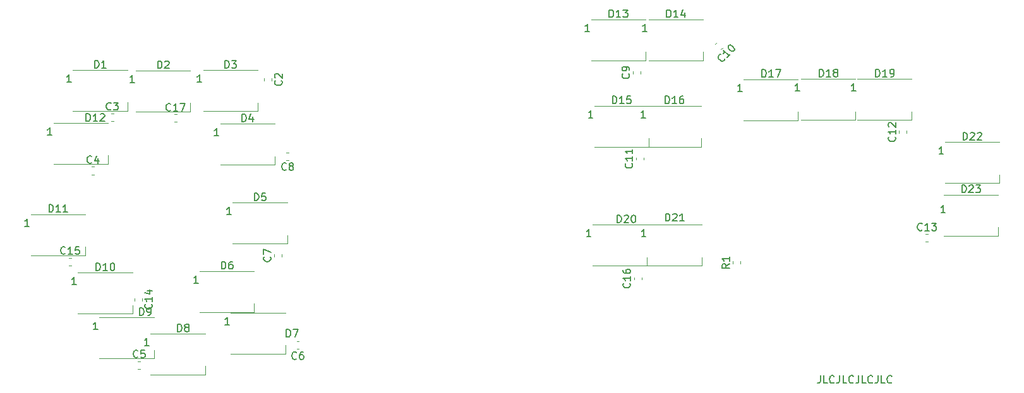
<source format=gbr>
%TF.GenerationSoftware,KiCad,Pcbnew,(5.1.12-1-10_14)*%
%TF.CreationDate,2021-11-25T17:24:51+11:00*%
%TF.ProjectId,FCS Panel PCB V2,46435320-5061-46e6-956c-205043422056,rev?*%
%TF.SameCoordinates,Original*%
%TF.FileFunction,Legend,Top*%
%TF.FilePolarity,Positive*%
%FSLAX46Y46*%
G04 Gerber Fmt 4.6, Leading zero omitted, Abs format (unit mm)*
G04 Created by KiCad (PCBNEW (5.1.12-1-10_14)) date 2021-11-25 17:24:51*
%MOMM*%
%LPD*%
G01*
G04 APERTURE LIST*
%ADD10C,0.150000*%
%ADD11C,0.120000*%
G04 APERTURE END LIST*
D10*
X190810952Y-96072380D02*
X190810952Y-96786666D01*
X190763333Y-96929523D01*
X190668095Y-97024761D01*
X190525238Y-97072380D01*
X190430000Y-97072380D01*
X191763333Y-97072380D02*
X191287142Y-97072380D01*
X191287142Y-96072380D01*
X192668095Y-96977142D02*
X192620476Y-97024761D01*
X192477619Y-97072380D01*
X192382380Y-97072380D01*
X192239523Y-97024761D01*
X192144285Y-96929523D01*
X192096666Y-96834285D01*
X192049047Y-96643809D01*
X192049047Y-96500952D01*
X192096666Y-96310476D01*
X192144285Y-96215238D01*
X192239523Y-96120000D01*
X192382380Y-96072380D01*
X192477619Y-96072380D01*
X192620476Y-96120000D01*
X192668095Y-96167619D01*
X193382380Y-96072380D02*
X193382380Y-96786666D01*
X193334761Y-96929523D01*
X193239523Y-97024761D01*
X193096666Y-97072380D01*
X193001428Y-97072380D01*
X194334761Y-97072380D02*
X193858571Y-97072380D01*
X193858571Y-96072380D01*
X195239523Y-96977142D02*
X195191904Y-97024761D01*
X195049047Y-97072380D01*
X194953809Y-97072380D01*
X194810952Y-97024761D01*
X194715714Y-96929523D01*
X194668095Y-96834285D01*
X194620476Y-96643809D01*
X194620476Y-96500952D01*
X194668095Y-96310476D01*
X194715714Y-96215238D01*
X194810952Y-96120000D01*
X194953809Y-96072380D01*
X195049047Y-96072380D01*
X195191904Y-96120000D01*
X195239523Y-96167619D01*
X195953809Y-96072380D02*
X195953809Y-96786666D01*
X195906190Y-96929523D01*
X195810952Y-97024761D01*
X195668095Y-97072380D01*
X195572857Y-97072380D01*
X196906190Y-97072380D02*
X196430000Y-97072380D01*
X196430000Y-96072380D01*
X197810952Y-96977142D02*
X197763333Y-97024761D01*
X197620476Y-97072380D01*
X197525238Y-97072380D01*
X197382380Y-97024761D01*
X197287142Y-96929523D01*
X197239523Y-96834285D01*
X197191904Y-96643809D01*
X197191904Y-96500952D01*
X197239523Y-96310476D01*
X197287142Y-96215238D01*
X197382380Y-96120000D01*
X197525238Y-96072380D01*
X197620476Y-96072380D01*
X197763333Y-96120000D01*
X197810952Y-96167619D01*
X198525238Y-96072380D02*
X198525238Y-96786666D01*
X198477619Y-96929523D01*
X198382380Y-97024761D01*
X198239523Y-97072380D01*
X198144285Y-97072380D01*
X199477619Y-97072380D02*
X199001428Y-97072380D01*
X199001428Y-96072380D01*
X200382380Y-96977142D02*
X200334761Y-97024761D01*
X200191904Y-97072380D01*
X200096666Y-97072380D01*
X199953809Y-97024761D01*
X199858571Y-96929523D01*
X199810952Y-96834285D01*
X199763333Y-96643809D01*
X199763333Y-96500952D01*
X199810952Y-96310476D01*
X199858571Y-96215238D01*
X199953809Y-96120000D01*
X200096666Y-96072380D01*
X200191904Y-96072380D01*
X200334761Y-96120000D01*
X200382380Y-96167619D01*
D11*
%TO.C,R1*%
X179111000Y-81069479D02*
X179111000Y-80743921D01*
X180131000Y-81069479D02*
X180131000Y-80743921D01*
%TO.C,C17*%
X104223221Y-61019000D02*
X104548779Y-61019000D01*
X104223221Y-62039000D02*
X104548779Y-62039000D01*
%TO.C,C16*%
X165830000Y-83197979D02*
X165830000Y-82872421D01*
X166850000Y-83197979D02*
X166850000Y-82872421D01*
%TO.C,C15*%
X90096021Y-80249300D02*
X90421579Y-80249300D01*
X90096021Y-81269300D02*
X90421579Y-81269300D01*
%TO.C,C14*%
X99892600Y-85681721D02*
X99892600Y-86007279D01*
X98872600Y-85681721D02*
X98872600Y-86007279D01*
%TO.C,C13*%
X204942221Y-77076800D02*
X205267779Y-77076800D01*
X204942221Y-78096800D02*
X205267779Y-78096800D01*
%TO.C,C12*%
X201382000Y-63535879D02*
X201382000Y-63210321D01*
X202402000Y-63535879D02*
X202402000Y-63210321D01*
%TO.C,C11*%
X166117000Y-67114579D02*
X166117000Y-66789021D01*
X167137000Y-67114579D02*
X167137000Y-66789021D01*
%TO.C,C10*%
X177686727Y-52068522D02*
X177456522Y-52298727D01*
X176965478Y-51347273D02*
X176735273Y-51577478D01*
%TO.C,C9*%
X165692000Y-55544879D02*
X165692000Y-55219321D01*
X166712000Y-55544879D02*
X166712000Y-55219321D01*
%TO.C,C8*%
X119570779Y-67126600D02*
X119245221Y-67126600D01*
X119570779Y-66106600D02*
X119245221Y-66106600D01*
%TO.C,C7*%
X117638000Y-80129679D02*
X117638000Y-79804121D01*
X118658000Y-80129679D02*
X118658000Y-79804121D01*
%TO.C,C6*%
X120942779Y-92513900D02*
X120617221Y-92513900D01*
X120942779Y-91493900D02*
X120617221Y-91493900D01*
%TO.C,C5*%
X99351821Y-94132900D02*
X99677379Y-94132900D01*
X99351821Y-95152900D02*
X99677379Y-95152900D01*
%TO.C,C4*%
X93166921Y-68052200D02*
X93492479Y-68052200D01*
X93166921Y-69072200D02*
X93492479Y-69072200D01*
%TO.C,C3*%
X95755121Y-60886900D02*
X96080679Y-60886900D01*
X95755121Y-61906900D02*
X96080679Y-61906900D01*
%TO.C,C2*%
X117299000Y-56159221D02*
X117299000Y-56484779D01*
X116279000Y-56159221D02*
X116279000Y-56484779D01*
%TO.C,D23*%
X207362000Y-71798800D02*
X214662000Y-71798800D01*
X207362000Y-77298800D02*
X214662000Y-77298800D01*
X214662000Y-77298800D02*
X214662000Y-76148800D01*
%TO.C,D22*%
X207514000Y-64737600D02*
X214814000Y-64737600D01*
X207514000Y-70237600D02*
X214814000Y-70237600D01*
X214814000Y-70237600D02*
X214814000Y-69087600D01*
%TO.C,D21*%
X167636000Y-75812000D02*
X174936000Y-75812000D01*
X167636000Y-81312000D02*
X174936000Y-81312000D01*
X174936000Y-81312000D02*
X174936000Y-80162000D01*
%TO.C,D20*%
X160270000Y-75812400D02*
X167570000Y-75812400D01*
X160270000Y-81312400D02*
X167570000Y-81312400D01*
X167570000Y-81312400D02*
X167570000Y-80162400D01*
%TO.C,D19*%
X195779000Y-56254000D02*
X203079000Y-56254000D01*
X195779000Y-61754000D02*
X203079000Y-61754000D01*
X203079000Y-61754000D02*
X203079000Y-60604000D01*
%TO.C,D18*%
X188233000Y-56254000D02*
X195533000Y-56254000D01*
X188233000Y-61754000D02*
X195533000Y-61754000D01*
X195533000Y-61754000D02*
X195533000Y-60604000D01*
%TO.C,D17*%
X180539000Y-56305200D02*
X187839000Y-56305200D01*
X180539000Y-61805200D02*
X187839000Y-61805200D01*
X187839000Y-61805200D02*
X187839000Y-60655200D01*
%TO.C,D16*%
X167585000Y-59861200D02*
X174885000Y-59861200D01*
X167585000Y-65361200D02*
X174885000Y-65361200D01*
X174885000Y-65361200D02*
X174885000Y-64211200D01*
%TO.C,D15*%
X160524000Y-59860800D02*
X167824000Y-59860800D01*
X160524000Y-65360800D02*
X167824000Y-65360800D01*
X167824000Y-65360800D02*
X167824000Y-64210800D01*
%TO.C,D14*%
X167788000Y-48278800D02*
X175088000Y-48278800D01*
X167788000Y-53778800D02*
X175088000Y-53778800D01*
X175088000Y-53778800D02*
X175088000Y-52628800D01*
%TO.C,D13*%
X160090000Y-48278400D02*
X167390000Y-48278400D01*
X160090000Y-53778400D02*
X167390000Y-53778400D01*
X167390000Y-53778400D02*
X167390000Y-52628400D01*
%TO.C,D12*%
X88044000Y-62172400D02*
X95344000Y-62172400D01*
X88044000Y-67672400D02*
X95344000Y-67672400D01*
X95344000Y-67672400D02*
X95344000Y-66522400D01*
%TO.C,D11*%
X84996000Y-74415200D02*
X92296000Y-74415200D01*
X84996000Y-79915200D02*
X92296000Y-79915200D01*
X92296000Y-79915200D02*
X92296000Y-78765200D01*
%TO.C,D10*%
X91306800Y-82263600D02*
X98606800Y-82263600D01*
X91306800Y-87763600D02*
X98606800Y-87763600D01*
X98606800Y-87763600D02*
X98606800Y-86613600D01*
%TO.C,D9*%
X94190800Y-88283600D02*
X101490800Y-88283600D01*
X94190800Y-93783600D02*
X101490800Y-93783600D01*
X101490800Y-93783600D02*
X101490800Y-92633600D01*
%TO.C,D8*%
X101049000Y-90417200D02*
X108349000Y-90417200D01*
X101049000Y-95917200D02*
X108349000Y-95917200D01*
X108349000Y-95917200D02*
X108349000Y-94767200D01*
%TO.C,D7*%
X111807000Y-87648400D02*
X119107000Y-87648400D01*
X111807000Y-93148400D02*
X119107000Y-93148400D01*
X119107000Y-93148400D02*
X119107000Y-91998400D01*
%TO.C,D6*%
X107641000Y-82060400D02*
X114941000Y-82060400D01*
X107641000Y-87560400D02*
X114941000Y-87560400D01*
X114941000Y-87560400D02*
X114941000Y-86410400D01*
%TO.C,D5*%
X112061000Y-72865600D02*
X119361000Y-72865600D01*
X112061000Y-78365600D02*
X119361000Y-78365600D01*
X119361000Y-78365600D02*
X119361000Y-77215600D01*
%TO.C,D4*%
X110396000Y-62274000D02*
X117696000Y-62274000D01*
X110396000Y-67774000D02*
X117696000Y-67774000D01*
X117696000Y-67774000D02*
X117696000Y-66624000D01*
%TO.C,D3*%
X108098000Y-55085600D02*
X115398000Y-55085600D01*
X108098000Y-60585600D02*
X115398000Y-60585600D01*
X115398000Y-60585600D02*
X115398000Y-59435600D01*
%TO.C,D2*%
X99079000Y-55136400D02*
X106379000Y-55136400D01*
X99079000Y-60636400D02*
X106379000Y-60636400D01*
X106379000Y-60636400D02*
X106379000Y-59486400D01*
%TO.C,D1*%
X90634800Y-55060400D02*
X97934800Y-55060400D01*
X90634800Y-60560400D02*
X97934800Y-60560400D01*
X97934800Y-60560400D02*
X97934800Y-59410400D01*
%TO.C,R1*%
D10*
X178643380Y-81073366D02*
X178167190Y-81406700D01*
X178643380Y-81644795D02*
X177643380Y-81644795D01*
X177643380Y-81263842D01*
X177691000Y-81168604D01*
X177738619Y-81120985D01*
X177833857Y-81073366D01*
X177976714Y-81073366D01*
X178071952Y-81120985D01*
X178119571Y-81168604D01*
X178167190Y-81263842D01*
X178167190Y-81644795D01*
X178643380Y-80120985D02*
X178643380Y-80692414D01*
X178643380Y-80406700D02*
X177643380Y-80406700D01*
X177786238Y-80501938D01*
X177881476Y-80597176D01*
X177929095Y-80692414D01*
%TO.C,C17*%
X103743142Y-60456142D02*
X103695523Y-60503761D01*
X103552666Y-60551380D01*
X103457428Y-60551380D01*
X103314571Y-60503761D01*
X103219333Y-60408523D01*
X103171714Y-60313285D01*
X103124095Y-60122809D01*
X103124095Y-59979952D01*
X103171714Y-59789476D01*
X103219333Y-59694238D01*
X103314571Y-59599000D01*
X103457428Y-59551380D01*
X103552666Y-59551380D01*
X103695523Y-59599000D01*
X103743142Y-59646619D01*
X104695523Y-60551380D02*
X104124095Y-60551380D01*
X104409809Y-60551380D02*
X104409809Y-59551380D01*
X104314571Y-59694238D01*
X104219333Y-59789476D01*
X104124095Y-59837095D01*
X105028857Y-59551380D02*
X105695523Y-59551380D01*
X105266952Y-60551380D01*
%TO.C,C16*%
X165267142Y-83678057D02*
X165314761Y-83725676D01*
X165362380Y-83868533D01*
X165362380Y-83963771D01*
X165314761Y-84106628D01*
X165219523Y-84201866D01*
X165124285Y-84249485D01*
X164933809Y-84297104D01*
X164790952Y-84297104D01*
X164600476Y-84249485D01*
X164505238Y-84201866D01*
X164410000Y-84106628D01*
X164362380Y-83963771D01*
X164362380Y-83868533D01*
X164410000Y-83725676D01*
X164457619Y-83678057D01*
X165362380Y-82725676D02*
X165362380Y-83297104D01*
X165362380Y-83011390D02*
X164362380Y-83011390D01*
X164505238Y-83106628D01*
X164600476Y-83201866D01*
X164648095Y-83297104D01*
X164362380Y-81868533D02*
X164362380Y-82059009D01*
X164410000Y-82154247D01*
X164457619Y-82201866D01*
X164600476Y-82297104D01*
X164790952Y-82344723D01*
X165171904Y-82344723D01*
X165267142Y-82297104D01*
X165314761Y-82249485D01*
X165362380Y-82154247D01*
X165362380Y-81963771D01*
X165314761Y-81868533D01*
X165267142Y-81820914D01*
X165171904Y-81773295D01*
X164933809Y-81773295D01*
X164838571Y-81820914D01*
X164790952Y-81868533D01*
X164743333Y-81963771D01*
X164743333Y-82154247D01*
X164790952Y-82249485D01*
X164838571Y-82297104D01*
X164933809Y-82344723D01*
%TO.C,C15*%
X89615942Y-79686442D02*
X89568323Y-79734061D01*
X89425466Y-79781680D01*
X89330228Y-79781680D01*
X89187371Y-79734061D01*
X89092133Y-79638823D01*
X89044514Y-79543585D01*
X88996895Y-79353109D01*
X88996895Y-79210252D01*
X89044514Y-79019776D01*
X89092133Y-78924538D01*
X89187371Y-78829300D01*
X89330228Y-78781680D01*
X89425466Y-78781680D01*
X89568323Y-78829300D01*
X89615942Y-78876919D01*
X90568323Y-79781680D02*
X89996895Y-79781680D01*
X90282609Y-79781680D02*
X90282609Y-78781680D01*
X90187371Y-78924538D01*
X90092133Y-79019776D01*
X89996895Y-79067395D01*
X91473085Y-78781680D02*
X90996895Y-78781680D01*
X90949276Y-79257871D01*
X90996895Y-79210252D01*
X91092133Y-79162633D01*
X91330228Y-79162633D01*
X91425466Y-79210252D01*
X91473085Y-79257871D01*
X91520704Y-79353109D01*
X91520704Y-79591204D01*
X91473085Y-79686442D01*
X91425466Y-79734061D01*
X91330228Y-79781680D01*
X91092133Y-79781680D01*
X90996895Y-79734061D01*
X90949276Y-79686442D01*
%TO.C,C14*%
X101169742Y-86487357D02*
X101217361Y-86534976D01*
X101264980Y-86677833D01*
X101264980Y-86773071D01*
X101217361Y-86915928D01*
X101122123Y-87011166D01*
X101026885Y-87058785D01*
X100836409Y-87106404D01*
X100693552Y-87106404D01*
X100503076Y-87058785D01*
X100407838Y-87011166D01*
X100312600Y-86915928D01*
X100264980Y-86773071D01*
X100264980Y-86677833D01*
X100312600Y-86534976D01*
X100360219Y-86487357D01*
X101264980Y-85534976D02*
X101264980Y-86106404D01*
X101264980Y-85820690D02*
X100264980Y-85820690D01*
X100407838Y-85915928D01*
X100503076Y-86011166D01*
X100550695Y-86106404D01*
X100598314Y-84677833D02*
X101264980Y-84677833D01*
X100217361Y-84915928D02*
X100931647Y-85154023D01*
X100931647Y-84534976D01*
%TO.C,C13*%
X204462142Y-76513942D02*
X204414523Y-76561561D01*
X204271666Y-76609180D01*
X204176428Y-76609180D01*
X204033571Y-76561561D01*
X203938333Y-76466323D01*
X203890714Y-76371085D01*
X203843095Y-76180609D01*
X203843095Y-76037752D01*
X203890714Y-75847276D01*
X203938333Y-75752038D01*
X204033571Y-75656800D01*
X204176428Y-75609180D01*
X204271666Y-75609180D01*
X204414523Y-75656800D01*
X204462142Y-75704419D01*
X205414523Y-76609180D02*
X204843095Y-76609180D01*
X205128809Y-76609180D02*
X205128809Y-75609180D01*
X205033571Y-75752038D01*
X204938333Y-75847276D01*
X204843095Y-75894895D01*
X205747857Y-75609180D02*
X206366904Y-75609180D01*
X206033571Y-75990133D01*
X206176428Y-75990133D01*
X206271666Y-76037752D01*
X206319285Y-76085371D01*
X206366904Y-76180609D01*
X206366904Y-76418704D01*
X206319285Y-76513942D01*
X206271666Y-76561561D01*
X206176428Y-76609180D01*
X205890714Y-76609180D01*
X205795476Y-76561561D01*
X205747857Y-76513942D01*
%TO.C,C12*%
X200819142Y-64015957D02*
X200866761Y-64063576D01*
X200914380Y-64206433D01*
X200914380Y-64301671D01*
X200866761Y-64444528D01*
X200771523Y-64539766D01*
X200676285Y-64587385D01*
X200485809Y-64635004D01*
X200342952Y-64635004D01*
X200152476Y-64587385D01*
X200057238Y-64539766D01*
X199962000Y-64444528D01*
X199914380Y-64301671D01*
X199914380Y-64206433D01*
X199962000Y-64063576D01*
X200009619Y-64015957D01*
X200914380Y-63063576D02*
X200914380Y-63635004D01*
X200914380Y-63349290D02*
X199914380Y-63349290D01*
X200057238Y-63444528D01*
X200152476Y-63539766D01*
X200200095Y-63635004D01*
X200009619Y-62682623D02*
X199962000Y-62635004D01*
X199914380Y-62539766D01*
X199914380Y-62301671D01*
X199962000Y-62206433D01*
X200009619Y-62158814D01*
X200104857Y-62111195D01*
X200200095Y-62111195D01*
X200342952Y-62158814D01*
X200914380Y-62730242D01*
X200914380Y-62111195D01*
%TO.C,C11*%
X165554142Y-67594657D02*
X165601761Y-67642276D01*
X165649380Y-67785133D01*
X165649380Y-67880371D01*
X165601761Y-68023228D01*
X165506523Y-68118466D01*
X165411285Y-68166085D01*
X165220809Y-68213704D01*
X165077952Y-68213704D01*
X164887476Y-68166085D01*
X164792238Y-68118466D01*
X164697000Y-68023228D01*
X164649380Y-67880371D01*
X164649380Y-67785133D01*
X164697000Y-67642276D01*
X164744619Y-67594657D01*
X165649380Y-66642276D02*
X165649380Y-67213704D01*
X165649380Y-66927990D02*
X164649380Y-66927990D01*
X164792238Y-67023228D01*
X164887476Y-67118466D01*
X164935095Y-67213704D01*
X165649380Y-65689895D02*
X165649380Y-66261323D01*
X165649380Y-65975609D02*
X164649380Y-65975609D01*
X164792238Y-66070847D01*
X164887476Y-66166085D01*
X164935095Y-66261323D01*
%TO.C,C10*%
X178020132Y-53541269D02*
X178020132Y-53608613D01*
X177952788Y-53743300D01*
X177885445Y-53810643D01*
X177750758Y-53877987D01*
X177616071Y-53877987D01*
X177515056Y-53844315D01*
X177346697Y-53743300D01*
X177245682Y-53642285D01*
X177144666Y-53473926D01*
X177110995Y-53372911D01*
X177110995Y-53238224D01*
X177178338Y-53103537D01*
X177245682Y-53036193D01*
X177380369Y-52968850D01*
X177447712Y-52968850D01*
X178760911Y-52935178D02*
X178356850Y-53339239D01*
X178558880Y-53137208D02*
X177851773Y-52430101D01*
X177885445Y-52598460D01*
X177885445Y-52733147D01*
X177851773Y-52834163D01*
X178491537Y-51790338D02*
X178558880Y-51722995D01*
X178659895Y-51689323D01*
X178727239Y-51689323D01*
X178828254Y-51722995D01*
X178996613Y-51824010D01*
X179164972Y-51992369D01*
X179265987Y-52160727D01*
X179299659Y-52261743D01*
X179299659Y-52329086D01*
X179265987Y-52430101D01*
X179198643Y-52497445D01*
X179097628Y-52531117D01*
X179030285Y-52531117D01*
X178929269Y-52497445D01*
X178760911Y-52396430D01*
X178592552Y-52228071D01*
X178491537Y-52059712D01*
X178457865Y-51958697D01*
X178457865Y-51891353D01*
X178491537Y-51790338D01*
%TO.C,C9*%
X165129142Y-55548766D02*
X165176761Y-55596385D01*
X165224380Y-55739242D01*
X165224380Y-55834480D01*
X165176761Y-55977338D01*
X165081523Y-56072576D01*
X164986285Y-56120195D01*
X164795809Y-56167814D01*
X164652952Y-56167814D01*
X164462476Y-56120195D01*
X164367238Y-56072576D01*
X164272000Y-55977338D01*
X164224380Y-55834480D01*
X164224380Y-55739242D01*
X164272000Y-55596385D01*
X164319619Y-55548766D01*
X165224380Y-55072576D02*
X165224380Y-54882100D01*
X165176761Y-54786861D01*
X165129142Y-54739242D01*
X164986285Y-54644004D01*
X164795809Y-54596385D01*
X164414857Y-54596385D01*
X164319619Y-54644004D01*
X164272000Y-54691623D01*
X164224380Y-54786861D01*
X164224380Y-54977338D01*
X164272000Y-55072576D01*
X164319619Y-55120195D01*
X164414857Y-55167814D01*
X164652952Y-55167814D01*
X164748190Y-55120195D01*
X164795809Y-55072576D01*
X164843428Y-54977338D01*
X164843428Y-54786861D01*
X164795809Y-54691623D01*
X164748190Y-54644004D01*
X164652952Y-54596385D01*
%TO.C,C8*%
X119241333Y-68403742D02*
X119193714Y-68451361D01*
X119050857Y-68498980D01*
X118955619Y-68498980D01*
X118812761Y-68451361D01*
X118717523Y-68356123D01*
X118669904Y-68260885D01*
X118622285Y-68070409D01*
X118622285Y-67927552D01*
X118669904Y-67737076D01*
X118717523Y-67641838D01*
X118812761Y-67546600D01*
X118955619Y-67498980D01*
X119050857Y-67498980D01*
X119193714Y-67546600D01*
X119241333Y-67594219D01*
X119812761Y-67927552D02*
X119717523Y-67879933D01*
X119669904Y-67832314D01*
X119622285Y-67737076D01*
X119622285Y-67689457D01*
X119669904Y-67594219D01*
X119717523Y-67546600D01*
X119812761Y-67498980D01*
X120003238Y-67498980D01*
X120098476Y-67546600D01*
X120146095Y-67594219D01*
X120193714Y-67689457D01*
X120193714Y-67737076D01*
X120146095Y-67832314D01*
X120098476Y-67879933D01*
X120003238Y-67927552D01*
X119812761Y-67927552D01*
X119717523Y-67975171D01*
X119669904Y-68022790D01*
X119622285Y-68118028D01*
X119622285Y-68308504D01*
X119669904Y-68403742D01*
X119717523Y-68451361D01*
X119812761Y-68498980D01*
X120003238Y-68498980D01*
X120098476Y-68451361D01*
X120146095Y-68403742D01*
X120193714Y-68308504D01*
X120193714Y-68118028D01*
X120146095Y-68022790D01*
X120098476Y-67975171D01*
X120003238Y-67927552D01*
%TO.C,C7*%
X117075142Y-80133566D02*
X117122761Y-80181185D01*
X117170380Y-80324042D01*
X117170380Y-80419280D01*
X117122761Y-80562138D01*
X117027523Y-80657376D01*
X116932285Y-80704995D01*
X116741809Y-80752614D01*
X116598952Y-80752614D01*
X116408476Y-80704995D01*
X116313238Y-80657376D01*
X116218000Y-80562138D01*
X116170380Y-80419280D01*
X116170380Y-80324042D01*
X116218000Y-80181185D01*
X116265619Y-80133566D01*
X116170380Y-79800233D02*
X116170380Y-79133566D01*
X117170380Y-79562138D01*
%TO.C,C6*%
X120613333Y-93791042D02*
X120565714Y-93838661D01*
X120422857Y-93886280D01*
X120327619Y-93886280D01*
X120184761Y-93838661D01*
X120089523Y-93743423D01*
X120041904Y-93648185D01*
X119994285Y-93457709D01*
X119994285Y-93314852D01*
X120041904Y-93124376D01*
X120089523Y-93029138D01*
X120184761Y-92933900D01*
X120327619Y-92886280D01*
X120422857Y-92886280D01*
X120565714Y-92933900D01*
X120613333Y-92981519D01*
X121470476Y-92886280D02*
X121280000Y-92886280D01*
X121184761Y-92933900D01*
X121137142Y-92981519D01*
X121041904Y-93124376D01*
X120994285Y-93314852D01*
X120994285Y-93695804D01*
X121041904Y-93791042D01*
X121089523Y-93838661D01*
X121184761Y-93886280D01*
X121375238Y-93886280D01*
X121470476Y-93838661D01*
X121518095Y-93791042D01*
X121565714Y-93695804D01*
X121565714Y-93457709D01*
X121518095Y-93362471D01*
X121470476Y-93314852D01*
X121375238Y-93267233D01*
X121184761Y-93267233D01*
X121089523Y-93314852D01*
X121041904Y-93362471D01*
X120994285Y-93457709D01*
%TO.C,C5*%
X99347933Y-93570042D02*
X99300314Y-93617661D01*
X99157457Y-93665280D01*
X99062219Y-93665280D01*
X98919361Y-93617661D01*
X98824123Y-93522423D01*
X98776504Y-93427185D01*
X98728885Y-93236709D01*
X98728885Y-93093852D01*
X98776504Y-92903376D01*
X98824123Y-92808138D01*
X98919361Y-92712900D01*
X99062219Y-92665280D01*
X99157457Y-92665280D01*
X99300314Y-92712900D01*
X99347933Y-92760519D01*
X100252695Y-92665280D02*
X99776504Y-92665280D01*
X99728885Y-93141471D01*
X99776504Y-93093852D01*
X99871742Y-93046233D01*
X100109838Y-93046233D01*
X100205076Y-93093852D01*
X100252695Y-93141471D01*
X100300314Y-93236709D01*
X100300314Y-93474804D01*
X100252695Y-93570042D01*
X100205076Y-93617661D01*
X100109838Y-93665280D01*
X99871742Y-93665280D01*
X99776504Y-93617661D01*
X99728885Y-93570042D01*
%TO.C,C4*%
X93163033Y-67489342D02*
X93115414Y-67536961D01*
X92972557Y-67584580D01*
X92877319Y-67584580D01*
X92734461Y-67536961D01*
X92639223Y-67441723D01*
X92591604Y-67346485D01*
X92543985Y-67156009D01*
X92543985Y-67013152D01*
X92591604Y-66822676D01*
X92639223Y-66727438D01*
X92734461Y-66632200D01*
X92877319Y-66584580D01*
X92972557Y-66584580D01*
X93115414Y-66632200D01*
X93163033Y-66679819D01*
X94020176Y-66917914D02*
X94020176Y-67584580D01*
X93782080Y-66536961D02*
X93543985Y-67251247D01*
X94163033Y-67251247D01*
%TO.C,C3*%
X95751233Y-60324042D02*
X95703614Y-60371661D01*
X95560757Y-60419280D01*
X95465519Y-60419280D01*
X95322661Y-60371661D01*
X95227423Y-60276423D01*
X95179804Y-60181185D01*
X95132185Y-59990709D01*
X95132185Y-59847852D01*
X95179804Y-59657376D01*
X95227423Y-59562138D01*
X95322661Y-59466900D01*
X95465519Y-59419280D01*
X95560757Y-59419280D01*
X95703614Y-59466900D01*
X95751233Y-59514519D01*
X96084566Y-59419280D02*
X96703614Y-59419280D01*
X96370280Y-59800233D01*
X96513138Y-59800233D01*
X96608376Y-59847852D01*
X96655995Y-59895471D01*
X96703614Y-59990709D01*
X96703614Y-60228804D01*
X96655995Y-60324042D01*
X96608376Y-60371661D01*
X96513138Y-60419280D01*
X96227423Y-60419280D01*
X96132185Y-60371661D01*
X96084566Y-60324042D01*
%TO.C,C2*%
X118576142Y-56488666D02*
X118623761Y-56536285D01*
X118671380Y-56679142D01*
X118671380Y-56774380D01*
X118623761Y-56917238D01*
X118528523Y-57012476D01*
X118433285Y-57060095D01*
X118242809Y-57107714D01*
X118099952Y-57107714D01*
X117909476Y-57060095D01*
X117814238Y-57012476D01*
X117719000Y-56917238D01*
X117671380Y-56774380D01*
X117671380Y-56679142D01*
X117719000Y-56536285D01*
X117766619Y-56488666D01*
X117766619Y-56107714D02*
X117719000Y-56060095D01*
X117671380Y-55964857D01*
X117671380Y-55726761D01*
X117719000Y-55631523D01*
X117766619Y-55583904D01*
X117861857Y-55536285D01*
X117957095Y-55536285D01*
X118099952Y-55583904D01*
X118671380Y-56155333D01*
X118671380Y-55536285D01*
%TO.C,D23*%
X209797714Y-71501180D02*
X209797714Y-70501180D01*
X210035809Y-70501180D01*
X210178666Y-70548800D01*
X210273904Y-70644038D01*
X210321523Y-70739276D01*
X210369142Y-70929752D01*
X210369142Y-71072609D01*
X210321523Y-71263085D01*
X210273904Y-71358323D01*
X210178666Y-71453561D01*
X210035809Y-71501180D01*
X209797714Y-71501180D01*
X210750095Y-70596419D02*
X210797714Y-70548800D01*
X210892952Y-70501180D01*
X211131047Y-70501180D01*
X211226285Y-70548800D01*
X211273904Y-70596419D01*
X211321523Y-70691657D01*
X211321523Y-70786895D01*
X211273904Y-70929752D01*
X210702476Y-71501180D01*
X211321523Y-71501180D01*
X211654857Y-70501180D02*
X212273904Y-70501180D01*
X211940571Y-70882133D01*
X212083428Y-70882133D01*
X212178666Y-70929752D01*
X212226285Y-70977371D01*
X212273904Y-71072609D01*
X212273904Y-71310704D01*
X212226285Y-71405942D01*
X212178666Y-71453561D01*
X212083428Y-71501180D01*
X211797714Y-71501180D01*
X211702476Y-71453561D01*
X211654857Y-71405942D01*
X207549714Y-74213980D02*
X206978285Y-74213980D01*
X207264000Y-74213980D02*
X207264000Y-73213980D01*
X207168761Y-73356838D01*
X207073523Y-73452076D01*
X206978285Y-73499695D01*
%TO.C,D22*%
X209949714Y-64439980D02*
X209949714Y-63439980D01*
X210187809Y-63439980D01*
X210330666Y-63487600D01*
X210425904Y-63582838D01*
X210473523Y-63678076D01*
X210521142Y-63868552D01*
X210521142Y-64011409D01*
X210473523Y-64201885D01*
X210425904Y-64297123D01*
X210330666Y-64392361D01*
X210187809Y-64439980D01*
X209949714Y-64439980D01*
X210902095Y-63535219D02*
X210949714Y-63487600D01*
X211044952Y-63439980D01*
X211283047Y-63439980D01*
X211378285Y-63487600D01*
X211425904Y-63535219D01*
X211473523Y-63630457D01*
X211473523Y-63725695D01*
X211425904Y-63868552D01*
X210854476Y-64439980D01*
X211473523Y-64439980D01*
X211854476Y-63535219D02*
X211902095Y-63487600D01*
X211997333Y-63439980D01*
X212235428Y-63439980D01*
X212330666Y-63487600D01*
X212378285Y-63535219D01*
X212425904Y-63630457D01*
X212425904Y-63725695D01*
X212378285Y-63868552D01*
X211806857Y-64439980D01*
X212425904Y-64439980D01*
X207299714Y-66339980D02*
X206728285Y-66339980D01*
X207014000Y-66339980D02*
X207014000Y-65339980D01*
X206918761Y-65482838D01*
X206823523Y-65578076D01*
X206728285Y-65625695D01*
%TO.C,D21*%
X170083314Y-75331580D02*
X170083314Y-74331580D01*
X170321409Y-74331580D01*
X170464266Y-74379200D01*
X170559504Y-74474438D01*
X170607123Y-74569676D01*
X170654742Y-74760152D01*
X170654742Y-74903009D01*
X170607123Y-75093485D01*
X170559504Y-75188723D01*
X170464266Y-75283961D01*
X170321409Y-75331580D01*
X170083314Y-75331580D01*
X171035695Y-74426819D02*
X171083314Y-74379200D01*
X171178552Y-74331580D01*
X171416647Y-74331580D01*
X171511885Y-74379200D01*
X171559504Y-74426819D01*
X171607123Y-74522057D01*
X171607123Y-74617295D01*
X171559504Y-74760152D01*
X170988076Y-75331580D01*
X171607123Y-75331580D01*
X172559504Y-75331580D02*
X171988076Y-75331580D01*
X172273790Y-75331580D02*
X172273790Y-74331580D01*
X172178552Y-74474438D01*
X172083314Y-74569676D01*
X171988076Y-74617295D01*
X167421714Y-77414380D02*
X166850285Y-77414380D01*
X167136000Y-77414380D02*
X167136000Y-76414380D01*
X167040761Y-76557238D01*
X166945523Y-76652476D01*
X166850285Y-76700095D01*
%TO.C,D20*%
X163580914Y-75534780D02*
X163580914Y-74534780D01*
X163819009Y-74534780D01*
X163961866Y-74582400D01*
X164057104Y-74677638D01*
X164104723Y-74772876D01*
X164152342Y-74963352D01*
X164152342Y-75106209D01*
X164104723Y-75296685D01*
X164057104Y-75391923D01*
X163961866Y-75487161D01*
X163819009Y-75534780D01*
X163580914Y-75534780D01*
X164533295Y-74630019D02*
X164580914Y-74582400D01*
X164676152Y-74534780D01*
X164914247Y-74534780D01*
X165009485Y-74582400D01*
X165057104Y-74630019D01*
X165104723Y-74725257D01*
X165104723Y-74820495D01*
X165057104Y-74963352D01*
X164485676Y-75534780D01*
X165104723Y-75534780D01*
X165723771Y-74534780D02*
X165819009Y-74534780D01*
X165914247Y-74582400D01*
X165961866Y-74630019D01*
X166009485Y-74725257D01*
X166057104Y-74915733D01*
X166057104Y-75153828D01*
X166009485Y-75344304D01*
X165961866Y-75439542D01*
X165914247Y-75487161D01*
X165819009Y-75534780D01*
X165723771Y-75534780D01*
X165628533Y-75487161D01*
X165580914Y-75439542D01*
X165533295Y-75344304D01*
X165485676Y-75153828D01*
X165485676Y-74915733D01*
X165533295Y-74725257D01*
X165580914Y-74630019D01*
X165628533Y-74582400D01*
X165723771Y-74534780D01*
X160055714Y-77414780D02*
X159484285Y-77414780D01*
X159770000Y-77414780D02*
X159770000Y-76414780D01*
X159674761Y-76557638D01*
X159579523Y-76652876D01*
X159484285Y-76700495D01*
%TO.C,D19*%
X198214714Y-55956380D02*
X198214714Y-54956380D01*
X198452809Y-54956380D01*
X198595666Y-55004000D01*
X198690904Y-55099238D01*
X198738523Y-55194476D01*
X198786142Y-55384952D01*
X198786142Y-55527809D01*
X198738523Y-55718285D01*
X198690904Y-55813523D01*
X198595666Y-55908761D01*
X198452809Y-55956380D01*
X198214714Y-55956380D01*
X199738523Y-55956380D02*
X199167095Y-55956380D01*
X199452809Y-55956380D02*
X199452809Y-54956380D01*
X199357571Y-55099238D01*
X199262333Y-55194476D01*
X199167095Y-55242095D01*
X200214714Y-55956380D02*
X200405190Y-55956380D01*
X200500428Y-55908761D01*
X200548047Y-55861142D01*
X200643285Y-55718285D01*
X200690904Y-55527809D01*
X200690904Y-55146857D01*
X200643285Y-55051619D01*
X200595666Y-55004000D01*
X200500428Y-54956380D01*
X200309952Y-54956380D01*
X200214714Y-55004000D01*
X200167095Y-55051619D01*
X200119476Y-55146857D01*
X200119476Y-55384952D01*
X200167095Y-55480190D01*
X200214714Y-55527809D01*
X200309952Y-55575428D01*
X200500428Y-55575428D01*
X200595666Y-55527809D01*
X200643285Y-55480190D01*
X200690904Y-55384952D01*
X195564714Y-57856380D02*
X194993285Y-57856380D01*
X195279000Y-57856380D02*
X195279000Y-56856380D01*
X195183761Y-56999238D01*
X195088523Y-57094476D01*
X194993285Y-57142095D01*
%TO.C,D18*%
X190668714Y-55956380D02*
X190668714Y-54956380D01*
X190906809Y-54956380D01*
X191049666Y-55004000D01*
X191144904Y-55099238D01*
X191192523Y-55194476D01*
X191240142Y-55384952D01*
X191240142Y-55527809D01*
X191192523Y-55718285D01*
X191144904Y-55813523D01*
X191049666Y-55908761D01*
X190906809Y-55956380D01*
X190668714Y-55956380D01*
X192192523Y-55956380D02*
X191621095Y-55956380D01*
X191906809Y-55956380D02*
X191906809Y-54956380D01*
X191811571Y-55099238D01*
X191716333Y-55194476D01*
X191621095Y-55242095D01*
X192763952Y-55384952D02*
X192668714Y-55337333D01*
X192621095Y-55289714D01*
X192573476Y-55194476D01*
X192573476Y-55146857D01*
X192621095Y-55051619D01*
X192668714Y-55004000D01*
X192763952Y-54956380D01*
X192954428Y-54956380D01*
X193049666Y-55004000D01*
X193097285Y-55051619D01*
X193144904Y-55146857D01*
X193144904Y-55194476D01*
X193097285Y-55289714D01*
X193049666Y-55337333D01*
X192954428Y-55384952D01*
X192763952Y-55384952D01*
X192668714Y-55432571D01*
X192621095Y-55480190D01*
X192573476Y-55575428D01*
X192573476Y-55765904D01*
X192621095Y-55861142D01*
X192668714Y-55908761D01*
X192763952Y-55956380D01*
X192954428Y-55956380D01*
X193049666Y-55908761D01*
X193097285Y-55861142D01*
X193144904Y-55765904D01*
X193144904Y-55575428D01*
X193097285Y-55480190D01*
X193049666Y-55432571D01*
X192954428Y-55384952D01*
X188018714Y-57856380D02*
X187447285Y-57856380D01*
X187733000Y-57856380D02*
X187733000Y-56856380D01*
X187637761Y-56999238D01*
X187542523Y-57094476D01*
X187447285Y-57142095D01*
%TO.C,D17*%
X182974714Y-56007580D02*
X182974714Y-55007580D01*
X183212809Y-55007580D01*
X183355666Y-55055200D01*
X183450904Y-55150438D01*
X183498523Y-55245676D01*
X183546142Y-55436152D01*
X183546142Y-55579009D01*
X183498523Y-55769485D01*
X183450904Y-55864723D01*
X183355666Y-55959961D01*
X183212809Y-56007580D01*
X182974714Y-56007580D01*
X184498523Y-56007580D02*
X183927095Y-56007580D01*
X184212809Y-56007580D02*
X184212809Y-55007580D01*
X184117571Y-55150438D01*
X184022333Y-55245676D01*
X183927095Y-55293295D01*
X184831857Y-55007580D02*
X185498523Y-55007580D01*
X185069952Y-56007580D01*
X180324714Y-57907580D02*
X179753285Y-57907580D01*
X180039000Y-57907580D02*
X180039000Y-56907580D01*
X179943761Y-57050438D01*
X179848523Y-57145676D01*
X179753285Y-57193295D01*
%TO.C,D16*%
X170020714Y-59563580D02*
X170020714Y-58563580D01*
X170258809Y-58563580D01*
X170401666Y-58611200D01*
X170496904Y-58706438D01*
X170544523Y-58801676D01*
X170592142Y-58992152D01*
X170592142Y-59135009D01*
X170544523Y-59325485D01*
X170496904Y-59420723D01*
X170401666Y-59515961D01*
X170258809Y-59563580D01*
X170020714Y-59563580D01*
X171544523Y-59563580D02*
X170973095Y-59563580D01*
X171258809Y-59563580D02*
X171258809Y-58563580D01*
X171163571Y-58706438D01*
X171068333Y-58801676D01*
X170973095Y-58849295D01*
X172401666Y-58563580D02*
X172211190Y-58563580D01*
X172115952Y-58611200D01*
X172068333Y-58658819D01*
X171973095Y-58801676D01*
X171925476Y-58992152D01*
X171925476Y-59373104D01*
X171973095Y-59468342D01*
X172020714Y-59515961D01*
X172115952Y-59563580D01*
X172306428Y-59563580D01*
X172401666Y-59515961D01*
X172449285Y-59468342D01*
X172496904Y-59373104D01*
X172496904Y-59135009D01*
X172449285Y-59039771D01*
X172401666Y-58992152D01*
X172306428Y-58944533D01*
X172115952Y-58944533D01*
X172020714Y-58992152D01*
X171973095Y-59039771D01*
X171925476Y-59135009D01*
X167370714Y-61463580D02*
X166799285Y-61463580D01*
X167085000Y-61463580D02*
X167085000Y-60463580D01*
X166989761Y-60606438D01*
X166894523Y-60701676D01*
X166799285Y-60749295D01*
%TO.C,D15*%
X162959714Y-59563180D02*
X162959714Y-58563180D01*
X163197809Y-58563180D01*
X163340666Y-58610800D01*
X163435904Y-58706038D01*
X163483523Y-58801276D01*
X163531142Y-58991752D01*
X163531142Y-59134609D01*
X163483523Y-59325085D01*
X163435904Y-59420323D01*
X163340666Y-59515561D01*
X163197809Y-59563180D01*
X162959714Y-59563180D01*
X164483523Y-59563180D02*
X163912095Y-59563180D01*
X164197809Y-59563180D02*
X164197809Y-58563180D01*
X164102571Y-58706038D01*
X164007333Y-58801276D01*
X163912095Y-58848895D01*
X165388285Y-58563180D02*
X164912095Y-58563180D01*
X164864476Y-59039371D01*
X164912095Y-58991752D01*
X165007333Y-58944133D01*
X165245428Y-58944133D01*
X165340666Y-58991752D01*
X165388285Y-59039371D01*
X165435904Y-59134609D01*
X165435904Y-59372704D01*
X165388285Y-59467942D01*
X165340666Y-59515561D01*
X165245428Y-59563180D01*
X165007333Y-59563180D01*
X164912095Y-59515561D01*
X164864476Y-59467942D01*
X160309714Y-61463180D02*
X159738285Y-61463180D01*
X160024000Y-61463180D02*
X160024000Y-60463180D01*
X159928761Y-60606038D01*
X159833523Y-60701276D01*
X159738285Y-60748895D01*
%TO.C,D14*%
X170223714Y-47981180D02*
X170223714Y-46981180D01*
X170461809Y-46981180D01*
X170604666Y-47028800D01*
X170699904Y-47124038D01*
X170747523Y-47219276D01*
X170795142Y-47409752D01*
X170795142Y-47552609D01*
X170747523Y-47743085D01*
X170699904Y-47838323D01*
X170604666Y-47933561D01*
X170461809Y-47981180D01*
X170223714Y-47981180D01*
X171747523Y-47981180D02*
X171176095Y-47981180D01*
X171461809Y-47981180D02*
X171461809Y-46981180D01*
X171366571Y-47124038D01*
X171271333Y-47219276D01*
X171176095Y-47266895D01*
X172604666Y-47314514D02*
X172604666Y-47981180D01*
X172366571Y-46933561D02*
X172128476Y-47647847D01*
X172747523Y-47647847D01*
X167573714Y-49881180D02*
X167002285Y-49881180D01*
X167288000Y-49881180D02*
X167288000Y-48881180D01*
X167192761Y-49024038D01*
X167097523Y-49119276D01*
X167002285Y-49166895D01*
%TO.C,D13*%
X162525714Y-47980780D02*
X162525714Y-46980780D01*
X162763809Y-46980780D01*
X162906666Y-47028400D01*
X163001904Y-47123638D01*
X163049523Y-47218876D01*
X163097142Y-47409352D01*
X163097142Y-47552209D01*
X163049523Y-47742685D01*
X163001904Y-47837923D01*
X162906666Y-47933161D01*
X162763809Y-47980780D01*
X162525714Y-47980780D01*
X164049523Y-47980780D02*
X163478095Y-47980780D01*
X163763809Y-47980780D02*
X163763809Y-46980780D01*
X163668571Y-47123638D01*
X163573333Y-47218876D01*
X163478095Y-47266495D01*
X164382857Y-46980780D02*
X165001904Y-46980780D01*
X164668571Y-47361733D01*
X164811428Y-47361733D01*
X164906666Y-47409352D01*
X164954285Y-47456971D01*
X165001904Y-47552209D01*
X165001904Y-47790304D01*
X164954285Y-47885542D01*
X164906666Y-47933161D01*
X164811428Y-47980780D01*
X164525714Y-47980780D01*
X164430476Y-47933161D01*
X164382857Y-47885542D01*
X159875714Y-49880780D02*
X159304285Y-49880780D01*
X159590000Y-49880780D02*
X159590000Y-48880780D01*
X159494761Y-49023638D01*
X159399523Y-49118876D01*
X159304285Y-49166495D01*
%TO.C,D12*%
X92410114Y-61920380D02*
X92410114Y-60920380D01*
X92648209Y-60920380D01*
X92791066Y-60968000D01*
X92886304Y-61063238D01*
X92933923Y-61158476D01*
X92981542Y-61348952D01*
X92981542Y-61491809D01*
X92933923Y-61682285D01*
X92886304Y-61777523D01*
X92791066Y-61872761D01*
X92648209Y-61920380D01*
X92410114Y-61920380D01*
X93933923Y-61920380D02*
X93362495Y-61920380D01*
X93648209Y-61920380D02*
X93648209Y-60920380D01*
X93552971Y-61063238D01*
X93457733Y-61158476D01*
X93362495Y-61206095D01*
X94314876Y-61015619D02*
X94362495Y-60968000D01*
X94457733Y-60920380D01*
X94695828Y-60920380D01*
X94791066Y-60968000D01*
X94838685Y-61015619D01*
X94886304Y-61110857D01*
X94886304Y-61206095D01*
X94838685Y-61348952D01*
X94267257Y-61920380D01*
X94886304Y-61920380D01*
X87814114Y-63799980D02*
X87242685Y-63799980D01*
X87528400Y-63799980D02*
X87528400Y-62799980D01*
X87433161Y-62942838D01*
X87337923Y-63038076D01*
X87242685Y-63085695D01*
%TO.C,D11*%
X87431714Y-74117580D02*
X87431714Y-73117580D01*
X87669809Y-73117580D01*
X87812666Y-73165200D01*
X87907904Y-73260438D01*
X87955523Y-73355676D01*
X88003142Y-73546152D01*
X88003142Y-73689009D01*
X87955523Y-73879485D01*
X87907904Y-73974723D01*
X87812666Y-74069961D01*
X87669809Y-74117580D01*
X87431714Y-74117580D01*
X88955523Y-74117580D02*
X88384095Y-74117580D01*
X88669809Y-74117580D02*
X88669809Y-73117580D01*
X88574571Y-73260438D01*
X88479333Y-73355676D01*
X88384095Y-73403295D01*
X89907904Y-74117580D02*
X89336476Y-74117580D01*
X89622190Y-74117580D02*
X89622190Y-73117580D01*
X89526952Y-73260438D01*
X89431714Y-73355676D01*
X89336476Y-73403295D01*
X84781714Y-76017580D02*
X84210285Y-76017580D01*
X84496000Y-76017580D02*
X84496000Y-75017580D01*
X84400761Y-75160438D01*
X84305523Y-75255676D01*
X84210285Y-75303295D01*
%TO.C,D10*%
X93742514Y-81965980D02*
X93742514Y-80965980D01*
X93980609Y-80965980D01*
X94123466Y-81013600D01*
X94218704Y-81108838D01*
X94266323Y-81204076D01*
X94313942Y-81394552D01*
X94313942Y-81537409D01*
X94266323Y-81727885D01*
X94218704Y-81823123D01*
X94123466Y-81918361D01*
X93980609Y-81965980D01*
X93742514Y-81965980D01*
X95266323Y-81965980D02*
X94694895Y-81965980D01*
X94980609Y-81965980D02*
X94980609Y-80965980D01*
X94885371Y-81108838D01*
X94790133Y-81204076D01*
X94694895Y-81251695D01*
X95885371Y-80965980D02*
X95980609Y-80965980D01*
X96075847Y-81013600D01*
X96123466Y-81061219D01*
X96171085Y-81156457D01*
X96218704Y-81346933D01*
X96218704Y-81585028D01*
X96171085Y-81775504D01*
X96123466Y-81870742D01*
X96075847Y-81918361D01*
X95980609Y-81965980D01*
X95885371Y-81965980D01*
X95790133Y-81918361D01*
X95742514Y-81870742D01*
X95694895Y-81775504D01*
X95647276Y-81585028D01*
X95647276Y-81346933D01*
X95694895Y-81156457D01*
X95742514Y-81061219D01*
X95790133Y-81013600D01*
X95885371Y-80965980D01*
X91092514Y-83865980D02*
X90521085Y-83865980D01*
X90806800Y-83865980D02*
X90806800Y-82865980D01*
X90711561Y-83008838D01*
X90616323Y-83104076D01*
X90521085Y-83151695D01*
%TO.C,D9*%
X99591904Y-87985980D02*
X99591904Y-86985980D01*
X99830000Y-86985980D01*
X99972857Y-87033600D01*
X100068095Y-87128838D01*
X100115714Y-87224076D01*
X100163333Y-87414552D01*
X100163333Y-87557409D01*
X100115714Y-87747885D01*
X100068095Y-87843123D01*
X99972857Y-87938361D01*
X99830000Y-87985980D01*
X99591904Y-87985980D01*
X100639523Y-87985980D02*
X100830000Y-87985980D01*
X100925238Y-87938361D01*
X100972857Y-87890742D01*
X101068095Y-87747885D01*
X101115714Y-87557409D01*
X101115714Y-87176457D01*
X101068095Y-87081219D01*
X101020476Y-87033600D01*
X100925238Y-86985980D01*
X100734761Y-86985980D01*
X100639523Y-87033600D01*
X100591904Y-87081219D01*
X100544285Y-87176457D01*
X100544285Y-87414552D01*
X100591904Y-87509790D01*
X100639523Y-87557409D01*
X100734761Y-87605028D01*
X100925238Y-87605028D01*
X101020476Y-87557409D01*
X101068095Y-87509790D01*
X101115714Y-87414552D01*
X93976514Y-89885980D02*
X93405085Y-89885980D01*
X93690800Y-89885980D02*
X93690800Y-88885980D01*
X93595561Y-89028838D01*
X93500323Y-89124076D01*
X93405085Y-89171695D01*
%TO.C,D8*%
X104671904Y-90165180D02*
X104671904Y-89165180D01*
X104910000Y-89165180D01*
X105052857Y-89212800D01*
X105148095Y-89308038D01*
X105195714Y-89403276D01*
X105243333Y-89593752D01*
X105243333Y-89736609D01*
X105195714Y-89927085D01*
X105148095Y-90022323D01*
X105052857Y-90117561D01*
X104910000Y-90165180D01*
X104671904Y-90165180D01*
X105814761Y-89593752D02*
X105719523Y-89546133D01*
X105671904Y-89498514D01*
X105624285Y-89403276D01*
X105624285Y-89355657D01*
X105671904Y-89260419D01*
X105719523Y-89212800D01*
X105814761Y-89165180D01*
X106005238Y-89165180D01*
X106100476Y-89212800D01*
X106148095Y-89260419D01*
X106195714Y-89355657D01*
X106195714Y-89403276D01*
X106148095Y-89498514D01*
X106100476Y-89546133D01*
X106005238Y-89593752D01*
X105814761Y-89593752D01*
X105719523Y-89641371D01*
X105671904Y-89688990D01*
X105624285Y-89784228D01*
X105624285Y-89974704D01*
X105671904Y-90069942D01*
X105719523Y-90117561D01*
X105814761Y-90165180D01*
X106005238Y-90165180D01*
X106100476Y-90117561D01*
X106148095Y-90069942D01*
X106195714Y-89974704D01*
X106195714Y-89784228D01*
X106148095Y-89688990D01*
X106100476Y-89641371D01*
X106005238Y-89593752D01*
X100834714Y-92019580D02*
X100263285Y-92019580D01*
X100549000Y-92019580D02*
X100549000Y-91019580D01*
X100453761Y-91162438D01*
X100358523Y-91257676D01*
X100263285Y-91305295D01*
%TO.C,D7*%
X119251504Y-90876380D02*
X119251504Y-89876380D01*
X119489600Y-89876380D01*
X119632457Y-89924000D01*
X119727695Y-90019238D01*
X119775314Y-90114476D01*
X119822933Y-90304952D01*
X119822933Y-90447809D01*
X119775314Y-90638285D01*
X119727695Y-90733523D01*
X119632457Y-90828761D01*
X119489600Y-90876380D01*
X119251504Y-90876380D01*
X120156266Y-89876380D02*
X120822933Y-89876380D01*
X120394361Y-90876380D01*
X111592714Y-89250780D02*
X111021285Y-89250780D01*
X111307000Y-89250780D02*
X111307000Y-88250780D01*
X111211761Y-88393638D01*
X111116523Y-88488876D01*
X111021285Y-88536495D01*
%TO.C,D6*%
X110552904Y-81762780D02*
X110552904Y-80762780D01*
X110791000Y-80762780D01*
X110933857Y-80810400D01*
X111029095Y-80905638D01*
X111076714Y-81000876D01*
X111124333Y-81191352D01*
X111124333Y-81334209D01*
X111076714Y-81524685D01*
X111029095Y-81619923D01*
X110933857Y-81715161D01*
X110791000Y-81762780D01*
X110552904Y-81762780D01*
X111981476Y-80762780D02*
X111791000Y-80762780D01*
X111695761Y-80810400D01*
X111648142Y-80858019D01*
X111552904Y-81000876D01*
X111505285Y-81191352D01*
X111505285Y-81572304D01*
X111552904Y-81667542D01*
X111600523Y-81715161D01*
X111695761Y-81762780D01*
X111886238Y-81762780D01*
X111981476Y-81715161D01*
X112029095Y-81667542D01*
X112076714Y-81572304D01*
X112076714Y-81334209D01*
X112029095Y-81238971D01*
X111981476Y-81191352D01*
X111886238Y-81143733D01*
X111695761Y-81143733D01*
X111600523Y-81191352D01*
X111552904Y-81238971D01*
X111505285Y-81334209D01*
X107426714Y-83662780D02*
X106855285Y-83662780D01*
X107141000Y-83662780D02*
X107141000Y-82662780D01*
X107045761Y-82805638D01*
X106950523Y-82900876D01*
X106855285Y-82948495D01*
%TO.C,D5*%
X114972904Y-72567980D02*
X114972904Y-71567980D01*
X115211000Y-71567980D01*
X115353857Y-71615600D01*
X115449095Y-71710838D01*
X115496714Y-71806076D01*
X115544333Y-71996552D01*
X115544333Y-72139409D01*
X115496714Y-72329885D01*
X115449095Y-72425123D01*
X115353857Y-72520361D01*
X115211000Y-72567980D01*
X114972904Y-72567980D01*
X116449095Y-71567980D02*
X115972904Y-71567980D01*
X115925285Y-72044171D01*
X115972904Y-71996552D01*
X116068142Y-71948933D01*
X116306238Y-71948933D01*
X116401476Y-71996552D01*
X116449095Y-72044171D01*
X116496714Y-72139409D01*
X116496714Y-72377504D01*
X116449095Y-72472742D01*
X116401476Y-72520361D01*
X116306238Y-72567980D01*
X116068142Y-72567980D01*
X115972904Y-72520361D01*
X115925285Y-72472742D01*
X111846714Y-74467980D02*
X111275285Y-74467980D01*
X111561000Y-74467980D02*
X111561000Y-73467980D01*
X111465761Y-73610838D01*
X111370523Y-73706076D01*
X111275285Y-73753695D01*
%TO.C,D4*%
X113307904Y-61976380D02*
X113307904Y-60976380D01*
X113546000Y-60976380D01*
X113688857Y-61024000D01*
X113784095Y-61119238D01*
X113831714Y-61214476D01*
X113879333Y-61404952D01*
X113879333Y-61547809D01*
X113831714Y-61738285D01*
X113784095Y-61833523D01*
X113688857Y-61928761D01*
X113546000Y-61976380D01*
X113307904Y-61976380D01*
X114736476Y-61309714D02*
X114736476Y-61976380D01*
X114498380Y-60928761D02*
X114260285Y-61643047D01*
X114879333Y-61643047D01*
X110181714Y-63876380D02*
X109610285Y-63876380D01*
X109896000Y-63876380D02*
X109896000Y-62876380D01*
X109800761Y-63019238D01*
X109705523Y-63114476D01*
X109610285Y-63162095D01*
%TO.C,D3*%
X111009904Y-54787980D02*
X111009904Y-53787980D01*
X111248000Y-53787980D01*
X111390857Y-53835600D01*
X111486095Y-53930838D01*
X111533714Y-54026076D01*
X111581333Y-54216552D01*
X111581333Y-54359409D01*
X111533714Y-54549885D01*
X111486095Y-54645123D01*
X111390857Y-54740361D01*
X111248000Y-54787980D01*
X111009904Y-54787980D01*
X111914666Y-53787980D02*
X112533714Y-53787980D01*
X112200380Y-54168933D01*
X112343238Y-54168933D01*
X112438476Y-54216552D01*
X112486095Y-54264171D01*
X112533714Y-54359409D01*
X112533714Y-54597504D01*
X112486095Y-54692742D01*
X112438476Y-54740361D01*
X112343238Y-54787980D01*
X112057523Y-54787980D01*
X111962285Y-54740361D01*
X111914666Y-54692742D01*
X107883714Y-56687980D02*
X107312285Y-56687980D01*
X107598000Y-56687980D02*
X107598000Y-55687980D01*
X107502761Y-55830838D01*
X107407523Y-55926076D01*
X107312285Y-55973695D01*
%TO.C,D2*%
X101990904Y-54838780D02*
X101990904Y-53838780D01*
X102229000Y-53838780D01*
X102371857Y-53886400D01*
X102467095Y-53981638D01*
X102514714Y-54076876D01*
X102562333Y-54267352D01*
X102562333Y-54410209D01*
X102514714Y-54600685D01*
X102467095Y-54695923D01*
X102371857Y-54791161D01*
X102229000Y-54838780D01*
X101990904Y-54838780D01*
X102943285Y-53934019D02*
X102990904Y-53886400D01*
X103086142Y-53838780D01*
X103324238Y-53838780D01*
X103419476Y-53886400D01*
X103467095Y-53934019D01*
X103514714Y-54029257D01*
X103514714Y-54124495D01*
X103467095Y-54267352D01*
X102895666Y-54838780D01*
X103514714Y-54838780D01*
X98864714Y-56738780D02*
X98293285Y-56738780D01*
X98579000Y-56738780D02*
X98579000Y-55738780D01*
X98483761Y-55881638D01*
X98388523Y-55976876D01*
X98293285Y-56024495D01*
%TO.C,D1*%
X93546704Y-54762780D02*
X93546704Y-53762780D01*
X93784800Y-53762780D01*
X93927657Y-53810400D01*
X94022895Y-53905638D01*
X94070514Y-54000876D01*
X94118133Y-54191352D01*
X94118133Y-54334209D01*
X94070514Y-54524685D01*
X94022895Y-54619923D01*
X93927657Y-54715161D01*
X93784800Y-54762780D01*
X93546704Y-54762780D01*
X95070514Y-54762780D02*
X94499085Y-54762780D01*
X94784800Y-54762780D02*
X94784800Y-53762780D01*
X94689561Y-53905638D01*
X94594323Y-54000876D01*
X94499085Y-54048495D01*
X90420514Y-56662780D02*
X89849085Y-56662780D01*
X90134800Y-56662780D02*
X90134800Y-55662780D01*
X90039561Y-55805638D01*
X89944323Y-55900876D01*
X89849085Y-55948495D01*
%TD*%
M02*

</source>
